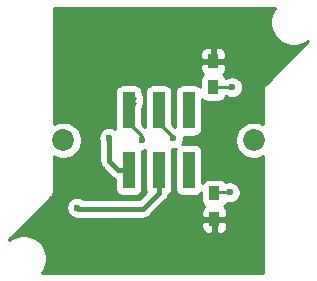
<source format=gbr>
G04 #@! TF.GenerationSoftware,KiCad,Pcbnew,(5.1.4-0-10_14)*
G04 #@! TF.CreationDate,2019-11-01T09:08:41+01:00*
G04 #@! TF.ProjectId,MasterModePushbutton,4d617374-6572-44d6-9f64-655075736862,rev?*
G04 #@! TF.SameCoordinates,Original*
G04 #@! TF.FileFunction,Copper,L2,Bot*
G04 #@! TF.FilePolarity,Positive*
%FSLAX46Y46*%
G04 Gerber Fmt 4.6, Leading zero omitted, Abs format (unit mm)*
G04 Created by KiCad (PCBNEW (5.1.4-0-10_14)) date 2019-11-01 09:08:41*
%MOMM*%
%LPD*%
G04 APERTURE LIST*
%ADD10C,0.600000*%
%ADD11C,1.850000*%
%ADD12R,0.900000X1.200000*%
%ADD13R,1.000000X3.150000*%
%ADD14C,0.228600*%
%ADD15C,0.381000*%
%ADD16C,0.250000*%
%ADD17C,0.254000*%
G04 APERTURE END LIST*
D10*
X127346480Y-102747480D03*
D11*
X127156480Y-94837480D03*
X143286480Y-94837480D03*
D12*
X139846480Y-88147480D03*
X139846480Y-90347480D03*
X139946480Y-101547480D03*
X139946480Y-99347480D03*
D13*
X132696480Y-92312480D03*
X132696480Y-97362480D03*
X135236480Y-92312480D03*
X135236480Y-97362480D03*
X137776480Y-92312480D03*
X137776480Y-97362480D03*
D10*
X142746480Y-87247480D03*
X141446480Y-90347480D03*
X131046480Y-94647480D03*
X128346480Y-100547480D03*
X141246480Y-99247480D03*
X133810820Y-94783784D03*
X136430178Y-94686370D03*
D14*
X139846480Y-90347480D02*
X141446480Y-90347480D01*
D15*
X131046480Y-94647480D02*
X131046480Y-96593480D01*
X131046480Y-96593480D02*
X131815480Y-97362480D01*
X131815480Y-97362480D02*
X132696480Y-97362480D01*
X133907480Y-100647480D02*
X128446480Y-100647480D01*
X128446480Y-100647480D02*
X128346480Y-100547480D01*
X135236480Y-97362480D02*
X135236480Y-99318480D01*
X135236480Y-99318480D02*
X133907480Y-100647480D01*
D14*
X141246480Y-99247480D02*
X140046480Y-99247480D01*
X140046480Y-99247480D02*
X139946480Y-99347480D01*
X133810820Y-94501820D02*
X133810820Y-94783784D01*
X132696480Y-93387480D02*
X133810820Y-94501820D01*
X132696480Y-92312480D02*
X132696480Y-93387480D01*
D16*
X132696480Y-92312480D02*
X132696480Y-91797480D01*
X132696480Y-91797480D02*
X133246480Y-91247480D01*
X132696480Y-92312480D02*
X132696480Y-92197480D01*
X132696480Y-92197480D02*
X133246480Y-91647480D01*
D14*
X136430178Y-94581178D02*
X136430178Y-94686370D01*
X135236480Y-93387480D02*
X136430178Y-94581178D01*
X135236480Y-92312480D02*
X135236480Y-93387480D01*
D17*
G36*
X144887395Y-83897230D02*
G01*
X144737762Y-84258477D01*
X144661480Y-84641975D01*
X144661480Y-85032985D01*
X144737762Y-85416483D01*
X144887395Y-85777730D01*
X145104629Y-86102844D01*
X145381116Y-86379331D01*
X145706230Y-86596565D01*
X146067477Y-86746198D01*
X146450975Y-86822480D01*
X146841985Y-86822480D01*
X147225483Y-86746198D01*
X147586730Y-86596565D01*
X147871481Y-86406301D01*
X147871481Y-86461243D01*
X144285898Y-90046826D01*
X144259769Y-90068270D01*
X144238326Y-90094398D01*
X144238320Y-90094404D01*
X144204005Y-90136218D01*
X144174168Y-90172574D01*
X144110561Y-90291575D01*
X144071392Y-90420698D01*
X144061480Y-90521334D01*
X144061480Y-90521341D01*
X144058167Y-90554980D01*
X144061480Y-90588619D01*
X144061480Y-93479123D01*
X144025417Y-93455026D01*
X143741515Y-93337430D01*
X143440127Y-93277480D01*
X143132833Y-93277480D01*
X142831445Y-93337430D01*
X142547543Y-93455026D01*
X142292038Y-93625749D01*
X142074749Y-93843038D01*
X141904026Y-94098543D01*
X141786430Y-94382445D01*
X141726480Y-94683833D01*
X141726480Y-94991127D01*
X141786430Y-95292515D01*
X141904026Y-95576417D01*
X142074749Y-95831922D01*
X142292038Y-96049211D01*
X142547543Y-96219934D01*
X142831445Y-96337530D01*
X143132833Y-96397480D01*
X143440127Y-96397480D01*
X143741515Y-96337530D01*
X144025417Y-96219934D01*
X144061480Y-96195837D01*
X144061481Y-106062480D01*
X125371983Y-106062480D01*
X125555565Y-105787730D01*
X125705198Y-105426483D01*
X125781480Y-105042985D01*
X125781480Y-104651975D01*
X125705198Y-104268477D01*
X125555565Y-103907230D01*
X125338331Y-103582116D01*
X125061844Y-103305629D01*
X124736730Y-103088395D01*
X124375483Y-102938762D01*
X123991985Y-102862480D01*
X123600975Y-102862480D01*
X123217477Y-102938762D01*
X122856230Y-103088395D01*
X122571480Y-103278659D01*
X122571480Y-103221216D01*
X123645216Y-102147480D01*
X138858408Y-102147480D01*
X138870668Y-102271962D01*
X138906978Y-102391660D01*
X138965943Y-102501974D01*
X139045295Y-102598665D01*
X139141986Y-102678017D01*
X139252300Y-102736982D01*
X139371998Y-102773292D01*
X139496480Y-102785552D01*
X139660730Y-102782480D01*
X139819480Y-102623730D01*
X139819480Y-101674480D01*
X140073480Y-101674480D01*
X140073480Y-102623730D01*
X140232230Y-102782480D01*
X140396480Y-102785552D01*
X140520962Y-102773292D01*
X140640660Y-102736982D01*
X140750974Y-102678017D01*
X140847665Y-102598665D01*
X140927017Y-102501974D01*
X140985982Y-102391660D01*
X141022292Y-102271962D01*
X141034552Y-102147480D01*
X141031480Y-101833230D01*
X140872730Y-101674480D01*
X140073480Y-101674480D01*
X139819480Y-101674480D01*
X139020230Y-101674480D01*
X138861480Y-101833230D01*
X138858408Y-102147480D01*
X123645216Y-102147480D01*
X125337305Y-100455391D01*
X127411480Y-100455391D01*
X127411480Y-100639569D01*
X127447412Y-100820209D01*
X127517894Y-100990369D01*
X127620218Y-101143508D01*
X127750452Y-101273742D01*
X127903591Y-101376066D01*
X128073751Y-101446548D01*
X128254391Y-101482480D01*
X128438569Y-101482480D01*
X128485648Y-101473115D01*
X128487022Y-101472980D01*
X133866930Y-101472980D01*
X133907480Y-101476974D01*
X133948030Y-101472980D01*
X133948033Y-101472980D01*
X134069306Y-101461036D01*
X134224914Y-101413833D01*
X134368322Y-101337179D01*
X134494021Y-101234021D01*
X134519878Y-101202514D01*
X135791525Y-99930869D01*
X135823021Y-99905021D01*
X135848869Y-99873525D01*
X135848872Y-99873522D01*
X135926179Y-99779323D01*
X136002833Y-99635914D01*
X136002925Y-99635611D01*
X136046563Y-99491756D01*
X136090974Y-99468017D01*
X136187665Y-99388665D01*
X136267017Y-99291974D01*
X136325982Y-99181660D01*
X136362292Y-99061962D01*
X136374552Y-98937480D01*
X136374552Y-95787480D01*
X136362292Y-95662998D01*
X136349664Y-95621370D01*
X136522267Y-95621370D01*
X136672352Y-95591516D01*
X136650668Y-95662998D01*
X136638408Y-95787480D01*
X136638408Y-98937480D01*
X136650668Y-99061962D01*
X136686978Y-99181660D01*
X136745943Y-99291974D01*
X136825295Y-99388665D01*
X136921986Y-99468017D01*
X137032300Y-99526982D01*
X137151998Y-99563292D01*
X137276480Y-99575552D01*
X138276480Y-99575552D01*
X138400962Y-99563292D01*
X138520660Y-99526982D01*
X138630974Y-99468017D01*
X138727665Y-99388665D01*
X138807017Y-99291974D01*
X138858408Y-99195830D01*
X138858408Y-99947480D01*
X138870668Y-100071962D01*
X138906978Y-100191660D01*
X138965943Y-100301974D01*
X139045295Y-100398665D01*
X139104776Y-100447480D01*
X139045295Y-100496295D01*
X138965943Y-100592986D01*
X138906978Y-100703300D01*
X138870668Y-100822998D01*
X138858408Y-100947480D01*
X138861480Y-101261730D01*
X139020230Y-101420480D01*
X139819480Y-101420480D01*
X139819480Y-101400480D01*
X140073480Y-101400480D01*
X140073480Y-101420480D01*
X140872730Y-101420480D01*
X141031480Y-101261730D01*
X141034552Y-100947480D01*
X141022292Y-100822998D01*
X140985982Y-100703300D01*
X140927017Y-100592986D01*
X140847665Y-100496295D01*
X140788184Y-100447480D01*
X140847665Y-100398665D01*
X140927017Y-100301974D01*
X140985982Y-100191660D01*
X140998192Y-100151410D01*
X141154391Y-100182480D01*
X141338569Y-100182480D01*
X141519209Y-100146548D01*
X141689369Y-100076066D01*
X141842508Y-99973742D01*
X141972742Y-99843508D01*
X142075066Y-99690369D01*
X142145548Y-99520209D01*
X142181480Y-99339569D01*
X142181480Y-99155391D01*
X142145548Y-98974751D01*
X142075066Y-98804591D01*
X141972742Y-98651452D01*
X141842508Y-98521218D01*
X141689369Y-98418894D01*
X141519209Y-98348412D01*
X141338569Y-98312480D01*
X141154391Y-98312480D01*
X140973751Y-98348412D01*
X140911573Y-98374167D01*
X140847665Y-98296295D01*
X140750974Y-98216943D01*
X140640660Y-98157978D01*
X140520962Y-98121668D01*
X140396480Y-98109408D01*
X139496480Y-98109408D01*
X139371998Y-98121668D01*
X139252300Y-98157978D01*
X139141986Y-98216943D01*
X139045295Y-98296295D01*
X138965943Y-98392986D01*
X138914552Y-98489130D01*
X138914552Y-95787480D01*
X138902292Y-95662998D01*
X138865982Y-95543300D01*
X138807017Y-95432986D01*
X138727665Y-95336295D01*
X138630974Y-95256943D01*
X138520660Y-95197978D01*
X138400962Y-95161668D01*
X138276480Y-95149408D01*
X137276480Y-95149408D01*
X137243105Y-95152695D01*
X137258764Y-95129259D01*
X137329246Y-94959099D01*
X137365178Y-94778459D01*
X137365178Y-94594281D01*
X137351507Y-94525552D01*
X138276480Y-94525552D01*
X138400962Y-94513292D01*
X138520660Y-94476982D01*
X138630974Y-94418017D01*
X138727665Y-94338665D01*
X138807017Y-94241974D01*
X138865982Y-94131660D01*
X138902292Y-94011962D01*
X138914552Y-93887480D01*
X138914552Y-91361204D01*
X138945295Y-91398665D01*
X139041986Y-91478017D01*
X139152300Y-91536982D01*
X139271998Y-91573292D01*
X139396480Y-91585552D01*
X140296480Y-91585552D01*
X140420962Y-91573292D01*
X140540660Y-91536982D01*
X140650974Y-91478017D01*
X140747665Y-91398665D01*
X140827017Y-91301974D01*
X140885982Y-91191660D01*
X140909736Y-91113354D01*
X141003591Y-91176066D01*
X141173751Y-91246548D01*
X141354391Y-91282480D01*
X141538569Y-91282480D01*
X141719209Y-91246548D01*
X141889369Y-91176066D01*
X142042508Y-91073742D01*
X142172742Y-90943508D01*
X142275066Y-90790369D01*
X142345548Y-90620209D01*
X142381480Y-90439569D01*
X142381480Y-90255391D01*
X142345548Y-90074751D01*
X142275066Y-89904591D01*
X142172742Y-89751452D01*
X142042508Y-89621218D01*
X141889369Y-89518894D01*
X141719209Y-89448412D01*
X141538569Y-89412480D01*
X141354391Y-89412480D01*
X141173751Y-89448412D01*
X141003591Y-89518894D01*
X140909736Y-89581606D01*
X140885982Y-89503300D01*
X140827017Y-89392986D01*
X140747665Y-89296295D01*
X140688184Y-89247480D01*
X140747665Y-89198665D01*
X140827017Y-89101974D01*
X140885982Y-88991660D01*
X140922292Y-88871962D01*
X140934552Y-88747480D01*
X140931480Y-88433230D01*
X140772730Y-88274480D01*
X139973480Y-88274480D01*
X139973480Y-88294480D01*
X139719480Y-88294480D01*
X139719480Y-88274480D01*
X138920230Y-88274480D01*
X138761480Y-88433230D01*
X138758408Y-88747480D01*
X138770668Y-88871962D01*
X138806978Y-88991660D01*
X138865943Y-89101974D01*
X138945295Y-89198665D01*
X139004776Y-89247480D01*
X138945295Y-89296295D01*
X138865943Y-89392986D01*
X138806978Y-89503300D01*
X138770668Y-89622998D01*
X138758408Y-89747480D01*
X138758408Y-90323756D01*
X138727665Y-90286295D01*
X138630974Y-90206943D01*
X138520660Y-90147978D01*
X138400962Y-90111668D01*
X138276480Y-90099408D01*
X137276480Y-90099408D01*
X137151998Y-90111668D01*
X137032300Y-90147978D01*
X136921986Y-90206943D01*
X136825295Y-90286295D01*
X136745943Y-90382986D01*
X136686978Y-90493300D01*
X136650668Y-90612998D01*
X136638408Y-90737480D01*
X136638408Y-93729738D01*
X136374552Y-93465882D01*
X136374552Y-90737480D01*
X136362292Y-90612998D01*
X136325982Y-90493300D01*
X136267017Y-90382986D01*
X136187665Y-90286295D01*
X136090974Y-90206943D01*
X135980660Y-90147978D01*
X135860962Y-90111668D01*
X135736480Y-90099408D01*
X134736480Y-90099408D01*
X134611998Y-90111668D01*
X134492300Y-90147978D01*
X134381986Y-90206943D01*
X134285295Y-90286295D01*
X134205943Y-90382986D01*
X134146978Y-90493300D01*
X134110668Y-90612998D01*
X134098408Y-90737480D01*
X134098408Y-93729737D01*
X133834552Y-93465882D01*
X133834552Y-92128907D01*
X133881453Y-92071757D01*
X133952025Y-91939727D01*
X133995482Y-91796467D01*
X134010156Y-91647481D01*
X133995482Y-91498495D01*
X133980007Y-91447481D01*
X133995482Y-91396467D01*
X134010156Y-91247481D01*
X133995482Y-91098495D01*
X133952025Y-90955234D01*
X133881453Y-90823205D01*
X133834552Y-90766056D01*
X133834552Y-90737480D01*
X133822292Y-90612998D01*
X133785982Y-90493300D01*
X133727017Y-90382986D01*
X133647665Y-90286295D01*
X133550974Y-90206943D01*
X133440660Y-90147978D01*
X133320962Y-90111668D01*
X133196480Y-90099408D01*
X132196480Y-90099408D01*
X132071998Y-90111668D01*
X131952300Y-90147978D01*
X131841986Y-90206943D01*
X131745295Y-90286295D01*
X131665943Y-90382986D01*
X131606978Y-90493300D01*
X131570668Y-90612998D01*
X131558408Y-90737480D01*
X131558408Y-93865024D01*
X131489369Y-93818894D01*
X131319209Y-93748412D01*
X131138569Y-93712480D01*
X130954391Y-93712480D01*
X130773751Y-93748412D01*
X130603591Y-93818894D01*
X130450452Y-93921218D01*
X130320218Y-94051452D01*
X130217894Y-94204591D01*
X130147412Y-94374751D01*
X130111480Y-94555391D01*
X130111480Y-94739569D01*
X130147412Y-94920209D01*
X130217894Y-95090369D01*
X130220980Y-95094988D01*
X130220981Y-96552920D01*
X130216986Y-96593480D01*
X130232925Y-96755306D01*
X130280127Y-96910913D01*
X130356781Y-97054322D01*
X130418343Y-97129334D01*
X130459940Y-97180021D01*
X130491441Y-97205873D01*
X131203086Y-97917519D01*
X131228939Y-97949021D01*
X131293076Y-98001657D01*
X131354637Y-98052179D01*
X131404591Y-98078879D01*
X131498046Y-98128833D01*
X131558408Y-98147144D01*
X131558408Y-98937480D01*
X131570668Y-99061962D01*
X131606978Y-99181660D01*
X131665943Y-99291974D01*
X131745295Y-99388665D01*
X131841986Y-99468017D01*
X131952300Y-99526982D01*
X132071998Y-99563292D01*
X132196480Y-99575552D01*
X133196480Y-99575552D01*
X133320962Y-99563292D01*
X133440660Y-99526982D01*
X133550974Y-99468017D01*
X133647665Y-99388665D01*
X133727017Y-99291974D01*
X133785982Y-99181660D01*
X133822292Y-99061962D01*
X133834552Y-98937480D01*
X133834552Y-95787480D01*
X133827786Y-95718784D01*
X133902909Y-95718784D01*
X134083549Y-95682852D01*
X134109783Y-95671986D01*
X134098408Y-95787480D01*
X134098408Y-98937480D01*
X134110668Y-99061962D01*
X134146978Y-99181660D01*
X134167491Y-99220036D01*
X133565548Y-99821980D01*
X128943270Y-99821980D01*
X128942508Y-99821218D01*
X128789369Y-99718894D01*
X128619209Y-99648412D01*
X128438569Y-99612480D01*
X128254391Y-99612480D01*
X128073751Y-99648412D01*
X127903591Y-99718894D01*
X127750452Y-99821218D01*
X127620218Y-99951452D01*
X127517894Y-100104591D01*
X127447412Y-100274751D01*
X127411480Y-100455391D01*
X125337305Y-100455391D01*
X126157062Y-99635634D01*
X126183190Y-99614191D01*
X126204634Y-99588062D01*
X126204640Y-99588056D01*
X126237932Y-99547489D01*
X126268792Y-99509887D01*
X126330538Y-99394368D01*
X126332399Y-99390887D01*
X126371568Y-99261763D01*
X126372975Y-99247480D01*
X126381480Y-99161127D01*
X126381480Y-99161119D01*
X126384793Y-99127480D01*
X126381480Y-99093841D01*
X126381480Y-96195837D01*
X126417543Y-96219934D01*
X126701445Y-96337530D01*
X127002833Y-96397480D01*
X127310127Y-96397480D01*
X127611515Y-96337530D01*
X127895417Y-96219934D01*
X128150922Y-96049211D01*
X128368211Y-95831922D01*
X128538934Y-95576417D01*
X128656530Y-95292515D01*
X128716480Y-94991127D01*
X128716480Y-94683833D01*
X128656530Y-94382445D01*
X128538934Y-94098543D01*
X128368211Y-93843038D01*
X128150922Y-93625749D01*
X127895417Y-93455026D01*
X127611515Y-93337430D01*
X127310127Y-93277480D01*
X127002833Y-93277480D01*
X126701445Y-93337430D01*
X126417543Y-93455026D01*
X126381480Y-93479123D01*
X126381480Y-87547480D01*
X138758408Y-87547480D01*
X138761480Y-87861730D01*
X138920230Y-88020480D01*
X139719480Y-88020480D01*
X139719480Y-87071230D01*
X139973480Y-87071230D01*
X139973480Y-88020480D01*
X140772730Y-88020480D01*
X140931480Y-87861730D01*
X140934552Y-87547480D01*
X140922292Y-87422998D01*
X140885982Y-87303300D01*
X140827017Y-87192986D01*
X140747665Y-87096295D01*
X140650974Y-87016943D01*
X140540660Y-86957978D01*
X140420962Y-86921668D01*
X140296480Y-86909408D01*
X140132230Y-86912480D01*
X139973480Y-87071230D01*
X139719480Y-87071230D01*
X139560730Y-86912480D01*
X139396480Y-86909408D01*
X139271998Y-86921668D01*
X139152300Y-86957978D01*
X139041986Y-87016943D01*
X138945295Y-87096295D01*
X138865943Y-87192986D01*
X138806978Y-87303300D01*
X138770668Y-87422998D01*
X138758408Y-87547480D01*
X126381480Y-87547480D01*
X126381480Y-83619980D01*
X145072647Y-83619980D01*
X144887395Y-83897230D01*
X144887395Y-83897230D01*
G37*
X144887395Y-83897230D02*
X144737762Y-84258477D01*
X144661480Y-84641975D01*
X144661480Y-85032985D01*
X144737762Y-85416483D01*
X144887395Y-85777730D01*
X145104629Y-86102844D01*
X145381116Y-86379331D01*
X145706230Y-86596565D01*
X146067477Y-86746198D01*
X146450975Y-86822480D01*
X146841985Y-86822480D01*
X147225483Y-86746198D01*
X147586730Y-86596565D01*
X147871481Y-86406301D01*
X147871481Y-86461243D01*
X144285898Y-90046826D01*
X144259769Y-90068270D01*
X144238326Y-90094398D01*
X144238320Y-90094404D01*
X144204005Y-90136218D01*
X144174168Y-90172574D01*
X144110561Y-90291575D01*
X144071392Y-90420698D01*
X144061480Y-90521334D01*
X144061480Y-90521341D01*
X144058167Y-90554980D01*
X144061480Y-90588619D01*
X144061480Y-93479123D01*
X144025417Y-93455026D01*
X143741515Y-93337430D01*
X143440127Y-93277480D01*
X143132833Y-93277480D01*
X142831445Y-93337430D01*
X142547543Y-93455026D01*
X142292038Y-93625749D01*
X142074749Y-93843038D01*
X141904026Y-94098543D01*
X141786430Y-94382445D01*
X141726480Y-94683833D01*
X141726480Y-94991127D01*
X141786430Y-95292515D01*
X141904026Y-95576417D01*
X142074749Y-95831922D01*
X142292038Y-96049211D01*
X142547543Y-96219934D01*
X142831445Y-96337530D01*
X143132833Y-96397480D01*
X143440127Y-96397480D01*
X143741515Y-96337530D01*
X144025417Y-96219934D01*
X144061480Y-96195837D01*
X144061481Y-106062480D01*
X125371983Y-106062480D01*
X125555565Y-105787730D01*
X125705198Y-105426483D01*
X125781480Y-105042985D01*
X125781480Y-104651975D01*
X125705198Y-104268477D01*
X125555565Y-103907230D01*
X125338331Y-103582116D01*
X125061844Y-103305629D01*
X124736730Y-103088395D01*
X124375483Y-102938762D01*
X123991985Y-102862480D01*
X123600975Y-102862480D01*
X123217477Y-102938762D01*
X122856230Y-103088395D01*
X122571480Y-103278659D01*
X122571480Y-103221216D01*
X123645216Y-102147480D01*
X138858408Y-102147480D01*
X138870668Y-102271962D01*
X138906978Y-102391660D01*
X138965943Y-102501974D01*
X139045295Y-102598665D01*
X139141986Y-102678017D01*
X139252300Y-102736982D01*
X139371998Y-102773292D01*
X139496480Y-102785552D01*
X139660730Y-102782480D01*
X139819480Y-102623730D01*
X139819480Y-101674480D01*
X140073480Y-101674480D01*
X140073480Y-102623730D01*
X140232230Y-102782480D01*
X140396480Y-102785552D01*
X140520962Y-102773292D01*
X140640660Y-102736982D01*
X140750974Y-102678017D01*
X140847665Y-102598665D01*
X140927017Y-102501974D01*
X140985982Y-102391660D01*
X141022292Y-102271962D01*
X141034552Y-102147480D01*
X141031480Y-101833230D01*
X140872730Y-101674480D01*
X140073480Y-101674480D01*
X139819480Y-101674480D01*
X139020230Y-101674480D01*
X138861480Y-101833230D01*
X138858408Y-102147480D01*
X123645216Y-102147480D01*
X125337305Y-100455391D01*
X127411480Y-100455391D01*
X127411480Y-100639569D01*
X127447412Y-100820209D01*
X127517894Y-100990369D01*
X127620218Y-101143508D01*
X127750452Y-101273742D01*
X127903591Y-101376066D01*
X128073751Y-101446548D01*
X128254391Y-101482480D01*
X128438569Y-101482480D01*
X128485648Y-101473115D01*
X128487022Y-101472980D01*
X133866930Y-101472980D01*
X133907480Y-101476974D01*
X133948030Y-101472980D01*
X133948033Y-101472980D01*
X134069306Y-101461036D01*
X134224914Y-101413833D01*
X134368322Y-101337179D01*
X134494021Y-101234021D01*
X134519878Y-101202514D01*
X135791525Y-99930869D01*
X135823021Y-99905021D01*
X135848869Y-99873525D01*
X135848872Y-99873522D01*
X135926179Y-99779323D01*
X136002833Y-99635914D01*
X136002925Y-99635611D01*
X136046563Y-99491756D01*
X136090974Y-99468017D01*
X136187665Y-99388665D01*
X136267017Y-99291974D01*
X136325982Y-99181660D01*
X136362292Y-99061962D01*
X136374552Y-98937480D01*
X136374552Y-95787480D01*
X136362292Y-95662998D01*
X136349664Y-95621370D01*
X136522267Y-95621370D01*
X136672352Y-95591516D01*
X136650668Y-95662998D01*
X136638408Y-95787480D01*
X136638408Y-98937480D01*
X136650668Y-99061962D01*
X136686978Y-99181660D01*
X136745943Y-99291974D01*
X136825295Y-99388665D01*
X136921986Y-99468017D01*
X137032300Y-99526982D01*
X137151998Y-99563292D01*
X137276480Y-99575552D01*
X138276480Y-99575552D01*
X138400962Y-99563292D01*
X138520660Y-99526982D01*
X138630974Y-99468017D01*
X138727665Y-99388665D01*
X138807017Y-99291974D01*
X138858408Y-99195830D01*
X138858408Y-99947480D01*
X138870668Y-100071962D01*
X138906978Y-100191660D01*
X138965943Y-100301974D01*
X139045295Y-100398665D01*
X139104776Y-100447480D01*
X139045295Y-100496295D01*
X138965943Y-100592986D01*
X138906978Y-100703300D01*
X138870668Y-100822998D01*
X138858408Y-100947480D01*
X138861480Y-101261730D01*
X139020230Y-101420480D01*
X139819480Y-101420480D01*
X139819480Y-101400480D01*
X140073480Y-101400480D01*
X140073480Y-101420480D01*
X140872730Y-101420480D01*
X141031480Y-101261730D01*
X141034552Y-100947480D01*
X141022292Y-100822998D01*
X140985982Y-100703300D01*
X140927017Y-100592986D01*
X140847665Y-100496295D01*
X140788184Y-100447480D01*
X140847665Y-100398665D01*
X140927017Y-100301974D01*
X140985982Y-100191660D01*
X140998192Y-100151410D01*
X141154391Y-100182480D01*
X141338569Y-100182480D01*
X141519209Y-100146548D01*
X141689369Y-100076066D01*
X141842508Y-99973742D01*
X141972742Y-99843508D01*
X142075066Y-99690369D01*
X142145548Y-99520209D01*
X142181480Y-99339569D01*
X142181480Y-99155391D01*
X142145548Y-98974751D01*
X142075066Y-98804591D01*
X141972742Y-98651452D01*
X141842508Y-98521218D01*
X141689369Y-98418894D01*
X141519209Y-98348412D01*
X141338569Y-98312480D01*
X141154391Y-98312480D01*
X140973751Y-98348412D01*
X140911573Y-98374167D01*
X140847665Y-98296295D01*
X140750974Y-98216943D01*
X140640660Y-98157978D01*
X140520962Y-98121668D01*
X140396480Y-98109408D01*
X139496480Y-98109408D01*
X139371998Y-98121668D01*
X139252300Y-98157978D01*
X139141986Y-98216943D01*
X139045295Y-98296295D01*
X138965943Y-98392986D01*
X138914552Y-98489130D01*
X138914552Y-95787480D01*
X138902292Y-95662998D01*
X138865982Y-95543300D01*
X138807017Y-95432986D01*
X138727665Y-95336295D01*
X138630974Y-95256943D01*
X138520660Y-95197978D01*
X138400962Y-95161668D01*
X138276480Y-95149408D01*
X137276480Y-95149408D01*
X137243105Y-95152695D01*
X137258764Y-95129259D01*
X137329246Y-94959099D01*
X137365178Y-94778459D01*
X137365178Y-94594281D01*
X137351507Y-94525552D01*
X138276480Y-94525552D01*
X138400962Y-94513292D01*
X138520660Y-94476982D01*
X138630974Y-94418017D01*
X138727665Y-94338665D01*
X138807017Y-94241974D01*
X138865982Y-94131660D01*
X138902292Y-94011962D01*
X138914552Y-93887480D01*
X138914552Y-91361204D01*
X138945295Y-91398665D01*
X139041986Y-91478017D01*
X139152300Y-91536982D01*
X139271998Y-91573292D01*
X139396480Y-91585552D01*
X140296480Y-91585552D01*
X140420962Y-91573292D01*
X140540660Y-91536982D01*
X140650974Y-91478017D01*
X140747665Y-91398665D01*
X140827017Y-91301974D01*
X140885982Y-91191660D01*
X140909736Y-91113354D01*
X141003591Y-91176066D01*
X141173751Y-91246548D01*
X141354391Y-91282480D01*
X141538569Y-91282480D01*
X141719209Y-91246548D01*
X141889369Y-91176066D01*
X142042508Y-91073742D01*
X142172742Y-90943508D01*
X142275066Y-90790369D01*
X142345548Y-90620209D01*
X142381480Y-90439569D01*
X142381480Y-90255391D01*
X142345548Y-90074751D01*
X142275066Y-89904591D01*
X142172742Y-89751452D01*
X142042508Y-89621218D01*
X141889369Y-89518894D01*
X141719209Y-89448412D01*
X141538569Y-89412480D01*
X141354391Y-89412480D01*
X141173751Y-89448412D01*
X141003591Y-89518894D01*
X140909736Y-89581606D01*
X140885982Y-89503300D01*
X140827017Y-89392986D01*
X140747665Y-89296295D01*
X140688184Y-89247480D01*
X140747665Y-89198665D01*
X140827017Y-89101974D01*
X140885982Y-88991660D01*
X140922292Y-88871962D01*
X140934552Y-88747480D01*
X140931480Y-88433230D01*
X140772730Y-88274480D01*
X139973480Y-88274480D01*
X139973480Y-88294480D01*
X139719480Y-88294480D01*
X139719480Y-88274480D01*
X138920230Y-88274480D01*
X138761480Y-88433230D01*
X138758408Y-88747480D01*
X138770668Y-88871962D01*
X138806978Y-88991660D01*
X138865943Y-89101974D01*
X138945295Y-89198665D01*
X139004776Y-89247480D01*
X138945295Y-89296295D01*
X138865943Y-89392986D01*
X138806978Y-89503300D01*
X138770668Y-89622998D01*
X138758408Y-89747480D01*
X138758408Y-90323756D01*
X138727665Y-90286295D01*
X138630974Y-90206943D01*
X138520660Y-90147978D01*
X138400962Y-90111668D01*
X138276480Y-90099408D01*
X137276480Y-90099408D01*
X137151998Y-90111668D01*
X137032300Y-90147978D01*
X136921986Y-90206943D01*
X136825295Y-90286295D01*
X136745943Y-90382986D01*
X136686978Y-90493300D01*
X136650668Y-90612998D01*
X136638408Y-90737480D01*
X136638408Y-93729738D01*
X136374552Y-93465882D01*
X136374552Y-90737480D01*
X136362292Y-90612998D01*
X136325982Y-90493300D01*
X136267017Y-90382986D01*
X136187665Y-90286295D01*
X136090974Y-90206943D01*
X135980660Y-90147978D01*
X135860962Y-90111668D01*
X135736480Y-90099408D01*
X134736480Y-90099408D01*
X134611998Y-90111668D01*
X134492300Y-90147978D01*
X134381986Y-90206943D01*
X134285295Y-90286295D01*
X134205943Y-90382986D01*
X134146978Y-90493300D01*
X134110668Y-90612998D01*
X134098408Y-90737480D01*
X134098408Y-93729737D01*
X133834552Y-93465882D01*
X133834552Y-92128907D01*
X133881453Y-92071757D01*
X133952025Y-91939727D01*
X133995482Y-91796467D01*
X134010156Y-91647481D01*
X133995482Y-91498495D01*
X133980007Y-91447481D01*
X133995482Y-91396467D01*
X134010156Y-91247481D01*
X133995482Y-91098495D01*
X133952025Y-90955234D01*
X133881453Y-90823205D01*
X133834552Y-90766056D01*
X133834552Y-90737480D01*
X133822292Y-90612998D01*
X133785982Y-90493300D01*
X133727017Y-90382986D01*
X133647665Y-90286295D01*
X133550974Y-90206943D01*
X133440660Y-90147978D01*
X133320962Y-90111668D01*
X133196480Y-90099408D01*
X132196480Y-90099408D01*
X132071998Y-90111668D01*
X131952300Y-90147978D01*
X131841986Y-90206943D01*
X131745295Y-90286295D01*
X131665943Y-90382986D01*
X131606978Y-90493300D01*
X131570668Y-90612998D01*
X131558408Y-90737480D01*
X131558408Y-93865024D01*
X131489369Y-93818894D01*
X131319209Y-93748412D01*
X131138569Y-93712480D01*
X130954391Y-93712480D01*
X130773751Y-93748412D01*
X130603591Y-93818894D01*
X130450452Y-93921218D01*
X130320218Y-94051452D01*
X130217894Y-94204591D01*
X130147412Y-94374751D01*
X130111480Y-94555391D01*
X130111480Y-94739569D01*
X130147412Y-94920209D01*
X130217894Y-95090369D01*
X130220980Y-95094988D01*
X130220981Y-96552920D01*
X130216986Y-96593480D01*
X130232925Y-96755306D01*
X130280127Y-96910913D01*
X130356781Y-97054322D01*
X130418343Y-97129334D01*
X130459940Y-97180021D01*
X130491441Y-97205873D01*
X131203086Y-97917519D01*
X131228939Y-97949021D01*
X131293076Y-98001657D01*
X131354637Y-98052179D01*
X131404591Y-98078879D01*
X131498046Y-98128833D01*
X131558408Y-98147144D01*
X131558408Y-98937480D01*
X131570668Y-99061962D01*
X131606978Y-99181660D01*
X131665943Y-99291974D01*
X131745295Y-99388665D01*
X131841986Y-99468017D01*
X131952300Y-99526982D01*
X132071998Y-99563292D01*
X132196480Y-99575552D01*
X133196480Y-99575552D01*
X133320962Y-99563292D01*
X133440660Y-99526982D01*
X133550974Y-99468017D01*
X133647665Y-99388665D01*
X133727017Y-99291974D01*
X133785982Y-99181660D01*
X133822292Y-99061962D01*
X133834552Y-98937480D01*
X133834552Y-95787480D01*
X133827786Y-95718784D01*
X133902909Y-95718784D01*
X134083549Y-95682852D01*
X134109783Y-95671986D01*
X134098408Y-95787480D01*
X134098408Y-98937480D01*
X134110668Y-99061962D01*
X134146978Y-99181660D01*
X134167491Y-99220036D01*
X133565548Y-99821980D01*
X128943270Y-99821980D01*
X128942508Y-99821218D01*
X128789369Y-99718894D01*
X128619209Y-99648412D01*
X128438569Y-99612480D01*
X128254391Y-99612480D01*
X128073751Y-99648412D01*
X127903591Y-99718894D01*
X127750452Y-99821218D01*
X127620218Y-99951452D01*
X127517894Y-100104591D01*
X127447412Y-100274751D01*
X127411480Y-100455391D01*
X125337305Y-100455391D01*
X126157062Y-99635634D01*
X126183190Y-99614191D01*
X126204634Y-99588062D01*
X126204640Y-99588056D01*
X126237932Y-99547489D01*
X126268792Y-99509887D01*
X126330538Y-99394368D01*
X126332399Y-99390887D01*
X126371568Y-99261763D01*
X126372975Y-99247480D01*
X126381480Y-99161127D01*
X126381480Y-99161119D01*
X126384793Y-99127480D01*
X126381480Y-99093841D01*
X126381480Y-96195837D01*
X126417543Y-96219934D01*
X126701445Y-96337530D01*
X127002833Y-96397480D01*
X127310127Y-96397480D01*
X127611515Y-96337530D01*
X127895417Y-96219934D01*
X128150922Y-96049211D01*
X128368211Y-95831922D01*
X128538934Y-95576417D01*
X128656530Y-95292515D01*
X128716480Y-94991127D01*
X128716480Y-94683833D01*
X128656530Y-94382445D01*
X128538934Y-94098543D01*
X128368211Y-93843038D01*
X128150922Y-93625749D01*
X127895417Y-93455026D01*
X127611515Y-93337430D01*
X127310127Y-93277480D01*
X127002833Y-93277480D01*
X126701445Y-93337430D01*
X126417543Y-93455026D01*
X126381480Y-93479123D01*
X126381480Y-87547480D01*
X138758408Y-87547480D01*
X138761480Y-87861730D01*
X138920230Y-88020480D01*
X139719480Y-88020480D01*
X139719480Y-87071230D01*
X139973480Y-87071230D01*
X139973480Y-88020480D01*
X140772730Y-88020480D01*
X140931480Y-87861730D01*
X140934552Y-87547480D01*
X140922292Y-87422998D01*
X140885982Y-87303300D01*
X140827017Y-87192986D01*
X140747665Y-87096295D01*
X140650974Y-87016943D01*
X140540660Y-86957978D01*
X140420962Y-86921668D01*
X140296480Y-86909408D01*
X140132230Y-86912480D01*
X139973480Y-87071230D01*
X139719480Y-87071230D01*
X139560730Y-86912480D01*
X139396480Y-86909408D01*
X139271998Y-86921668D01*
X139152300Y-86957978D01*
X139041986Y-87016943D01*
X138945295Y-87096295D01*
X138865943Y-87192986D01*
X138806978Y-87303300D01*
X138770668Y-87422998D01*
X138758408Y-87547480D01*
X126381480Y-87547480D01*
X126381480Y-83619980D01*
X145072647Y-83619980D01*
X144887395Y-83897230D01*
M02*

</source>
